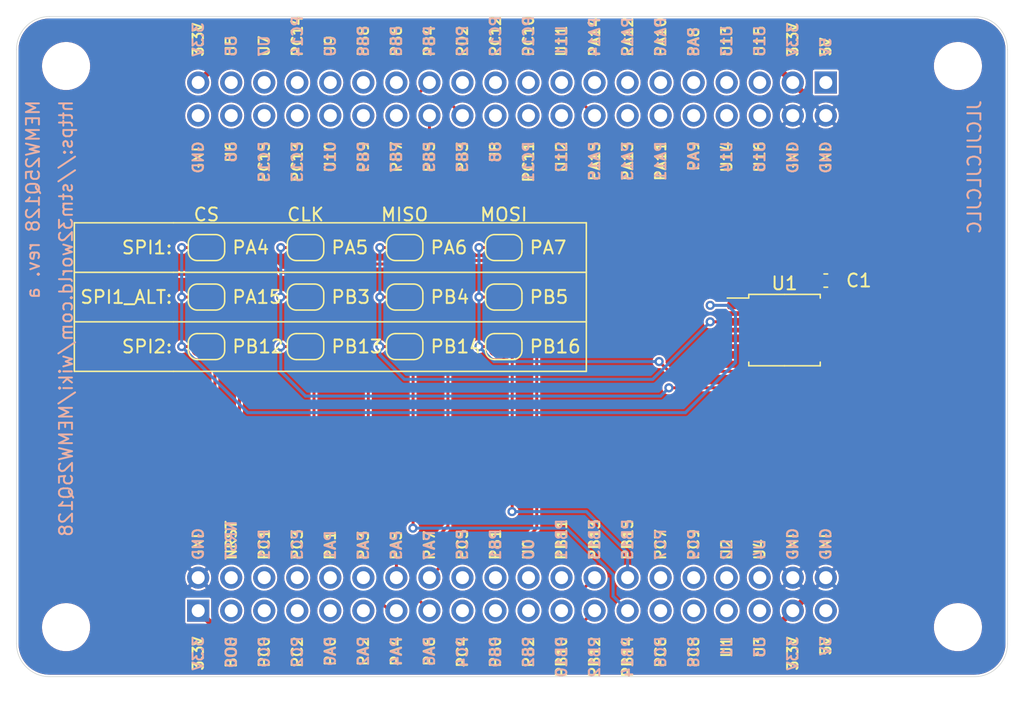
<source format=kicad_pcb>
(kicad_pcb (version 20211014) (generator pcbnew)
  (title_block (title "${TITLE}") (rev "${REVISION}") (company "${COMPANY}") (comment 1 "${AUTHOR_EMAIL}") (comment 2 "${AUTHOR}"))
  (layers (0 "F.Cu" signal) (31 "B.Cu" signal) (34 "B.Paste" user) (35 "F.Paste" user) (36 "B.SilkS" user "B.Silkscreen") (37 "F.SilkS" user "F.Silkscreen") (38 "B.Mask" user) (39 "F.Mask" user) (44 "Edge.Cuts" user))
  (property "AUTHOR" "Lars Boegild Thomsen")
  (property "AUTHOR_EMAIL" "lth@stm32world.com")
  (property "COMPANY" "STM32World")
  (property "REVISION" "a")
  (property "TITLE" "MEMW25Q128")
  (property "URL" "https://stm32world.com/wiki/MEMW25Q128")
  (net 0 "")
  (net 60 "GND")
  (net 61 "+3V3")
  (net 62 "PA4")
  (net 63 "PA5")
  (net 64 "PA6")
  (net 65 "PA7")
  (net 66 "PB12")
  (net 67 "PB13")
  (net 68 "PB14")
  (net 69 "PB15")
  (net 70 "PA15")
  (net 71 "PB3")
  (net 72 "PB4")
  (net 73 "PB5")
  (net 74 "CS")
  (net 75 "CLK")
  (net 76 "DO(IO1)")
  (net 77 "DI(IO0)")
  (net 78 "IO3")
  (net 79 "IO2")
  (footprint "stm32world:STM32WORLD_BASE" (layer "F.Cu") (at 146.685 97.155)
    (fp_text reference "J1" hide)
    (fp_text value "STM32WORLD_BASE")
  )
  (footprint "Package_SO:SOIC-8_5.275x5.275mm_P1.27mm" (layer "F.Cu") (at 167.64 95.885)
    (fp_text reference "U1")
    (fp_text value "W25Q128JVS")
  )
  (footprint "Capacitor_SMD:C_0603_1608Metric" (layer "F.Cu") (at 170.815 92.075 180)
    (fp_text reference "C1")
    (fp_text value "C_100NF_0603")
  )
  (footprint "Jumper:SolderJumper-2_P1.3mm_Open_RoundedPad1.0x1.5mm" (layer "F.Cu") (at 123.19 93.345)
    (fp_text reference "JP2" hide)
    (fp_text value "~")
  )
  (footprint "Jumper:SolderJumper-2_P1.3mm_Open_RoundedPad1.0x1.5mm" (layer "F.Cu") (at 123.19 97.155)
    (fp_text reference "JP3" hide)
    (fp_text value "~")
  )
  (footprint "Jumper:SolderJumper-2_P1.3mm_Open_RoundedPad1.0x1.5mm" (layer "F.Cu") (at 130.81 89.535)
    (fp_text reference "JP4" hide)
    (fp_text value "~")
  )
  (footprint "Jumper:SolderJumper-2_P1.3mm_Open_RoundedPad1.0x1.5mm" (layer "F.Cu") (at 130.81 93.345)
    (fp_text reference "JP5" hide)
    (fp_text value "~")
  )
  (footprint "Jumper:SolderJumper-2_P1.3mm_Open_RoundedPad1.0x1.5mm" (layer "F.Cu") (at 130.81 97.155)
    (fp_text reference "JP6" hide)
    (fp_text value "~")
  )
  (footprint "Jumper:SolderJumper-2_P1.3mm_Open_RoundedPad1.0x1.5mm" (layer "F.Cu") (at 123.19 89.535)
    (fp_text reference "JP1" hide)
    (fp_text value "~")
  )
  (footprint "Jumper:SolderJumper-2_P1.3mm_Open_RoundedPad1.0x1.5mm" (layer "F.Cu") (at 138.43 89.535)
    (fp_text reference "JP7" hide)
    (fp_text value "~")
  )
  (footprint "Jumper:SolderJumper-2_P1.3mm_Open_RoundedPad1.0x1.5mm" (layer "F.Cu") (at 138.43 97.155)
    (fp_text reference "JP9" hide)
    (fp_text value "~")
  )
  (footprint "Jumper:SolderJumper-2_P1.3mm_Open_RoundedPad1.0x1.5mm" (layer "F.Cu") (at 138.43 93.345)
    (fp_text reference "JP8" hide)
    (fp_text value "~")
  )
  (footprint "Jumper:SolderJumper-2_P1.3mm_Open_RoundedPad1.0x1.5mm" (layer "F.Cu") (at 146.05 97.155)
    (fp_text reference "JP12" hide)
    (fp_text value "~")
  )
  (footprint "Jumper:SolderJumper-2_P1.3mm_Open_RoundedPad1.0x1.5mm" (layer "F.Cu") (at 146.05 93.345)
    (fp_text reference "JP11" hide)
    (fp_text value "~")
  )
  (footprint "Jumper:SolderJumper-2_P1.3mm_Open_RoundedPad1.0x1.5mm" (layer "F.Cu") (at 146.05 89.535)
    (fp_text reference "JP10" hide)
    (fp_text value "~")
  )
  (gr_line (start 113.03 99.06) (end 120.65 99.06) (layer "F.SilkS") (width 0.12))
  (gr_line (start 120.65 91.44) (end 113.03 91.44) (layer "F.SilkS") (width 0.12))
  (gr_line (start 113.03 87.63) (end 113.03 99.06) (layer "F.SilkS") (width 0.12))
  (gr_line (start 120.65 95.25) (end 113.03 95.25) (layer "F.SilkS") (width 0.12))
  (gr_line (start 152.4 99.06) (end 120.65 99.06) (layer "F.SilkS") (width 0.12))
  (gr_line (start 152.4 95.25) (end 120.65 95.25) (layer "F.SilkS") (width 0.12))
  (gr_line (start 120.65 91.44) (end 152.4 91.44) (layer "F.SilkS") (width 0.12))
  (gr_line (start 120.65 87.63) (end 152.4 87.63) (layer "F.SilkS") (width 0.12))
  (gr_line (start 152.4 87.63) (end 152.4 99.06) (layer "F.SilkS") (width 0.12))
  (gr_line (start 120.65 87.63) (end 113.03 87.63) (layer "F.SilkS") (width 0.12))
  (gr_arc (start 108.585 74.295) (mid 109.328949 72.498949) (end 111.125 71.755) (layer "Edge.Cuts") (width 0.05))
  (gr_line (start 182.245 71.755) (end 111.125 71.755) (layer "Edge.Cuts") (width 0.05))
  (gr_line (start 111.125 122.555) (end 182.245 122.555) (layer "Edge.Cuts") (width 0.05))
  (gr_arc (start 182.245 71.755) (mid 184.041051 72.498949) (end 184.785 74.295) (layer "Edge.Cuts") (width 0.05))
  (gr_arc (start 111.125 122.555) (mid 109.328949 121.811051) (end 108.585 120.015) (layer "Edge.Cuts") (width 0.05))
  (gr_line (start 108.585 74.295) (end 108.585 120.015) (layer "Edge.Cuts") (width 0.05))
  (gr_arc (start 184.785 120.015) (mid 184.041051 121.811051) (end 182.245 122.555) (layer "Edge.Cuts") (width 0.05))
  (gr_line (start 184.785 120.015) (end 184.785 74.295) (layer "Edge.Cuts") (width 0.05))
  (gr_text "PA15" (at 125.095 93.345) (layer "F.SilkS") (effects (font (size 1 1)) (justify left)))
  (gr_text "PB12" (at 125.095 97.155) (layer "F.SilkS") (effects (font (size 1 1)) (justify left)))
  (gr_text "PA5" (at 132.715 89.535) (layer "F.SilkS") (effects (font (size 1 1)) (justify left)))
  (gr_text "PB3" (at 132.715 93.345) (layer "F.SilkS") (effects (font (size 1 1)) (justify left)))
  (gr_text "PB13" (at 132.715 97.155) (layer "F.SilkS") (effects (font (size 1 1)) (justify left)))
  (gr_text "PB14" (at 140.335 97.155) (layer "F.SilkS") (effects (font (size 1 1)) (justify left)))
  (gr_text "PB4" (at 140.335 93.345) (layer "F.SilkS") (effects (font (size 1 1)) (justify left)))
  (gr_text "PA6" (at 140.335 89.535) (layer "F.SilkS") (effects (font (size 1 1)) (justify left)))
  (gr_text "PA7" (at 147.955 89.535) (layer "F.SilkS") (effects (font (size 1 1)) (justify left)))
  (gr_text "PB5" (at 147.955 93.345) (layer "F.SilkS") (effects (font (size 1 1)) (justify left)))
  (gr_text "PB16" (at 147.955 97.155) (layer "F.SilkS") (effects (font (size 1 1)) (justify left)))
  (gr_text "CS" (at 123.19 86.995) (layer "F.SilkS") (effects (font (size 1 1))))
  (gr_text "CLK" (at 130.81 86.995) (layer "F.SilkS") (effects (font (size 1 1))))
  (gr_text "MISO" (at 138.43 86.995) (layer "F.SilkS") (effects (font (size 1 1))))
  (gr_text "MOSI" (at 146.05 86.995) (layer "F.SilkS") (effects (font (size 1 1))))
  (gr_text "SPI1:" (at 120.65 89.535) (layer "F.SilkS") (effects (font (size 1 1)) (justify right)))
  (gr_text "SPI1_ALT:" (at 120.65 93.345) (layer "F.SilkS") (effects (font (size 1 1)) (justify right)))
  (gr_text "SPI2:" (at 120.65 97.155) (layer "F.SilkS") (effects (font (size 1 1)) (justify right)))
  (gr_text "PA4" (at 125.095 89.535) (layer "F.SilkS") (effects (font (size 1 1)) (justify left)))
  (segment (start 169.583999 87.668999) (end 169.583999 78.143999) (width 0.4572) (layer "F.Cu") (net 61))
  (segment (start 174.625 112.946882) (end 171.327883 116.243999) (width 0.4572) (layer "F.Cu") (net 61))
  (segment (start 171.59 92.075) (end 171.59 89.675) (width 0.4572) (layer "F.Cu") (net 61))
  (segment (start 171.59 92.785) (end 171.24 93.135) (width 0.4572) (layer "F.Cu") (net 61))
  (segment (start 171.24 93.98) (end 171.24 93.135) (width 0.4572) (layer "F.Cu") (net 61))
  (segment (start 171.59 92.075) (end 171.59 92.785) (width 0.4572) (layer "F.Cu") (net 61))
  (segment (start 125.806001 120.726001) (end 165.023999 120.726001) (width 0.4572) (layer "F.Cu") (net 61))
  (segment (start 169.583999 78.143999) (end 168.275 76.835) (width 0.4572) (layer "F.Cu") (net 61))
  (segment (start 171.24 93.98) (end 172.04 93.98) (width 0.4572) (layer "F.Cu") (net 61))
  (segment (start 164.465 73.025) (end 168.275 76.835) (width 0.4572) (layer "F.Cu") (net 61))
  (segment (start 172.04 93.98) (end 174.625 96.565) (width 0.4572) (layer "F.Cu") (net 61))
  (segment (start 169.506001 116.243999) (end 168.275 117.475) (width 0.4572) (layer "F.Cu") (net 61))
  (segment (start 171.59 89.675) (end 169.583999 87.668999) (width 0.4572) (layer "F.Cu") (net 61))
  (segment (start 122.555 76.835) (end 126.365 73.025) (width 0.4572) (layer "F.Cu") (net 61))
  (segment (start 165.023999 120.726001) (end 168.275 117.475) (width 0.4572) (layer "F.Cu") (net 61))
  (segment (start 122.555 117.475) (end 125.806001 120.726001) (width 0.4572) (layer "F.Cu") (net 61))
  (segment (start 171.327883 116.243999) (end 169.506001 116.243999) (width 0.4572) (layer "F.Cu") (net 61))
  (segment (start 174.625 96.565) (end 174.625 112.946882) (width 0.4572) (layer "F.Cu") (net 61))
  (segment (start 126.365 73.025) (end 164.465 73.025) (width 0.4572) (layer "F.Cu") (net 61))
  (segment (start 137.25617 117.475) (end 137.795 117.475) (width 0.2286) (layer "F.Cu") (net 62))
  (segment (start 134.138299 115.471017) (end 135.025581 116.358299) (width 0.2286) (layer "F.Cu") (net 62))
  (segment (start 136.139469 116.358299) (end 137.25617 117.475) (width 0.2286) (layer "F.Cu") (net 62))
  (segment (start 125.73 105.990684) (end 134.138299 114.398983) (width 0.2286) (layer "F.Cu") (net 62))
  (segment (start 123.84 89.535) (end 125.73 91.425) (width 0.2286) (layer "F.Cu") (net 62))
  (segment (start 134.138299 114.398983) (end 134.138299 115.471017) (width 0.2286) (layer "F.Cu") (net 62))
  (segment (start 135.025581 116.358299) (end 136.139469 116.358299) (width 0.2286) (layer "F.Cu") (net 62))
  (segment (start 125.73 91.425) (end 125.73 105.990684) (width 0.2286) (layer "F.Cu") (net 62))
  (segment (start 137.795 113.732919) (end 137.795 114.935) (width 0.2286) (layer "F.Cu") (net 63))
  (segment (start 131.46 89.535) (end 135.636009 93.711009) (width 0.2286) (layer "F.Cu") (net 63))
  (segment (start 135.636009 93.711009) (end 135.636009 111.573928) (width 0.2286) (layer "F.Cu") (net 63))
  (segment (start 135.636009 111.573928) (end 137.795 113.732919) (width 0.2286) (layer "F.Cu") (net 63))
  (segment (start 139.218299 114.398983) (end 139.84671 113.770572) (width 0.2286) (layer "F.Cu") (net 64))
  (segment (start 140.335 117.475) (end 139.218299 116.358299) (width 0.2286) (layer "F.Cu") (net 64))
  (segment (start 139.218299 116.358299) (end 139.218299 114.398983) (width 0.2286) (layer "F.Cu") (net 64))
  (segment (start 139.84671 113.770572) (end 139.84671 112.88329) (width 0.2286) (layer "F.Cu") (net 64))
  (segment (start 141.758299 110.971701) (end 141.758299 90.323299) (width 0.2286) (layer "F.Cu") (net 64))
  (segment (start 139.84671 112.88329) (end 141.758299 110.971701) (width 0.2286) (layer "F.Cu") (net 64))
  (segment (start 140.97 89.535) (end 139.08 89.535) (width 0.2286) (layer "F.Cu") (net 64))
  (segment (start 141.758299 90.323299) (end 140.97 89.535) (width 0.2286) (layer "F.Cu") (net 64))
  (segment (start 148.59 111.125) (end 148.59 91.425) (width 0.2286) (layer "F.Cu") (net 65))
  (segment (start 147.955 111.76) (end 148.59 111.125) (width 0.2286) (layer "F.Cu") (net 65))
  (segment (start 143.51 111.76) (end 147.955 111.76) (width 0.2286) (layer "F.Cu") (net 65))
  (segment (start 148.59 91.425) (end 146.7 89.535) (width 0.2286) (layer "F.Cu") (net 65))
  (segment (start 140.335 114.935) (end 143.51 111.76) (width 0.2286) (layer "F.Cu") (net 65))
  (segment (start 127.405581 116.358299) (end 128.171017 116.358299) (width 0.2286) (layer "F.Cu") (net 66))
  (segment (start 126.518299 115.471017) (end 127.405581 116.358299) (width 0.2286) (layer "F.Cu") (net 66))
  (segment (start 126.518299 114.705581) (end 126.518299 115.471017) (width 0.2286) (layer "F.Cu") (net 66))
  (segment (start 129.058299 117.245581) (end 129.058299 118.011017) (width 0.2286) (layer "F.Cu") (net 66))
  (segment (start 123.84 97.155) (end 123.84 112.027282) (width 0.2286) (layer "F.Cu") (net 66))
  (segment (start 123.84 112.027282) (end 126.518299 114.705581) (width 0.2286) (layer "F.Cu") (net 66))
  (segment (start 129.058299 118.011017) (end 130.173293 119.126011) (width 0.2286) (layer "F.Cu") (net 66))
  (segment (start 128.171017 116.358299) (end 129.058299 117.245581) (width 0.2286) (layer "F.Cu") (net 66))
  (segment (start 151.383989 119.126011) (end 153.035 117.475) (width 0.2286) (layer "F.Cu") (net 66))
  (segment (start 130.173293 119.126011) (end 151.383989 119.126011) (width 0.2286) (layer "F.Cu") (net 66))
  (segment (start 138.911701 116.938983) (end 138.911701 117.704419) (width 0.2286) (layer "F.Cu") (net 67))
  (segment (start 151.611701 118.011017) (end 151.611701 116.358299) (width 0.2286) (layer "F.Cu") (net 67))
  (segment (start 138.911701 117.704419) (end 139.952282 118.745) (width 0.2286) (layer "F.Cu") (net 67))
  (segment (start 138.331017 116.358299) (end 138.911701 116.938983) (width 0.2286) (layer "F.Cu") (net 67))
  (segment (start 131.46 97.155) (end 131.46 109.487282) (width 0.2286) (layer "F.Cu") (net 67))
  (segment (start 131.46 109.487282) (end 136.525 114.552282) (width 0.2286) (layer "F.Cu") (net 67))
  (segment (start 136.525 114.552282) (end 136.525 115.317718) (width 0.2286) (layer "F.Cu") (net 67))
  (segment (start 139.952282 118.745) (end 150.877718 118.745) (width 0.2286) (layer "F.Cu") (net 67))
  (segment (start 137.565581 116.358299) (end 138.331017 116.358299) (width 0.2286) (layer "F.Cu") (net 67))
  (segment (start 150.877718 118.745) (end 151.611701 118.011017) (width 0.2286) (layer "F.Cu") (net 67))
  (segment (start 136.525 115.317718) (end 137.565581 116.358299) (width 0.2286) (layer "F.Cu") (net 67))
  (segment (start 151.611701 116.358299) (end 153.035 114.935) (width 0.2286) (layer "F.Cu") (net 67))
  (segment (start 139.08 97.155) (end 139.08 111.11) (width 0.2286) (layer "F.Cu") (net 68))
  (segment (start 139.08 111.11) (end 139.065 111.125) (width 0.2286) (layer "F.Cu") (net 68))
  (via (at 139.065 111.125) (size 0.7) (drill 0.35) (layers "F.Cu" "B.Cu") (net 68))
  (segment (start 154.458299 116.358299) (end 155.575 117.475) (width 0.2286) (layer "B.Cu") (net 68))
  (segment (start 150.877718 111.125) (end 154.458299 114.705581) (width 0.2286) (layer "B.Cu") (net 68))
  (segment (start 139.065 111.125) (end 150.877718 111.125) (width 0.2286) (layer "B.Cu") (net 68))
  (segment (start 154.458299 114.705581) (end 154.458299 116.358299) (width 0.2286) (layer "B.Cu") (net 68))
  (segment (start 146.7 97.155) (end 146.7 109.84) (width 0.2286) (layer "F.Cu") (net 69))
  (segment (start 146.7 109.84) (end 146.685 109.855) (width 0.2286) (layer "F.Cu") (net 69))
  (via (at 146.685 109.855) (size 0.7) (drill 0.35) (layers "F.Cu" "B.Cu") (net 69))
  (segment (start 155.575 114.935) (end 155.575 113.03) (width 0.2286) (layer "B.Cu") (net 69))
  (segment (start 152.4 109.855) (end 146.685 109.855) (width 0.2286) (layer "B.Cu") (net 69))
  (segment (start 155.575 113.03) (end 152.4 109.855) (width 0.2286) (layer "B.Cu") (net 69))
  (segment (start 122.215 87.335) (end 128.751701 80.798299) (width 0.2286) (layer "F.Cu") (net 70))
  (segment (start 151.918299 78.258299) (end 153.035 79.375) (width 0.2286) (layer "F.Cu") (net 70))
  (segment (start 131.291701 76.605581) (end 132.967282 74.93) (width 0.2286) (layer "F.Cu") (net 70))
  (segment (start 129.693299 77.951701) (end 130.711017 77.951701) (width 0.2286) (layer "F.Cu") (net 70))
  (segment (start 120.19 91.6) (end 119.38 90.79) (width 0.2286) (layer "F.Cu") (net 70))
  (segment (start 151.918299 76.353299) (end 151.918299 78.258299) (width 0.2286) (layer "F.Cu") (net 70))
  (segment (start 123.84 93.345) (end 123.84 93.017828) (width 0.2286) (layer "F.Cu") (net 70))
  (segment (start 128.751701 80.798299) (end 128.751701 78.893299) (width 0.2286) (layer "F.Cu") (net 70))
  (segment (start 123.84 93.017828) (end 122.422172 91.6) (width 0.2286) (layer "F.Cu") (net 70))
  (segment (start 132.967282 74.93) (end 150.495 74.93) (width 0.2286) (layer "F.Cu") (net 70))
  (segment (start 130.711017 77.951701) (end 131.291701 77.371017) (width 0.2286) (layer "F.Cu") (net 70))
  (segment (start 120.895 87.335) (end 122.215 87.335) (width 0.2286) (layer "F.Cu") (net 70))
  (segment (start 122.422172 91.6) (end 120.19 91.6) (width 0.2286) (layer "F.Cu") (net 70))
  (segment (start 119.38 90.79) (end 119.38 88.85) (width 0.2286) (layer "F.Cu") (net 70))
  (segment (start 150.495 74.93) (end 151.918299 76.353299) (width 0.2286) (layer "F.Cu") (net 70))
  (segment (start 119.38 88.85) (end 120.895 87.335) (width 0.2286) (layer "F.Cu") (net 70))
  (segment (start 128.751701 78.893299) (end 129.693299 77.951701) (width 0.2286) (layer "F.Cu") (net 70))
  (segment (start 131.291701 77.371017) (end 131.291701 76.605581) (width 0.2286) (layer "F.Cu") (net 70))
  (segment (start 127.635 90.17) (end 127.635 86.107718) (width 0.2286) (layer "F.Cu") (net 71))
  (segment (start 135.791017 77.951701) (end 136.678299 77.064419) (width 0.2286) (layer "F.Cu") (net 71))
  (segment (start 141.758299 78.258299) (end 142.875 79.375) (width 0.2286) (layer "F.Cu") (net 71))
  (segment (start 128.905 91.44) (end 127.635 90.17) (width 0.2286) (layer "F.Cu") (net 71))
  (segment (start 131.46 92.597408) (end 130.302592 91.44) (width 0.2286) (layer "F.Cu") (net 71))
  (segment (start 131.46 93.345) (end 131.46 92.597408) (width 0.2286) (layer "F.Cu") (net 71))
  (segment (start 136.678299 76.298983) (end 137.258983 75.718299) (width 0.2286) (layer "F.Cu") (net 71))
  (segment (start 133.831701 79.911017) (end 133.831701 78.893299) (width 0.2286) (layer "F.Cu") (net 71))
  (segment (start 141.758299 76.605581) (end 141.758299 78.258299) (width 0.2286) (layer "F.Cu") (net 71))
  (segment (start 133.831701 78.893299) (end 134.773299 77.951701) (width 0.2286) (layer "F.Cu") (net 71))
  (segment (start 136.678299 77.064419) (end 136.678299 76.298983) (width 0.2286) (layer "F.Cu") (net 71))
  (segment (start 134.773299 77.951701) (end 135.791017 77.951701) (width 0.2286) (layer "F.Cu") (net 71))
  (segment (start 127.635 86.107718) (end 133.831701 79.911017) (width 0.2286) (layer "F.Cu") (net 71))
  (segment (start 130.302592 91.44) (end 128.905 91.44) (width 0.2286) (layer "F.Cu") (net 71))
  (segment (start 137.258983 75.718299) (end 140.871017 75.718299) (width 0.2286) (layer "F.Cu") (net 71))
  (segment (start 140.871017 75.718299) (end 141.758299 76.605581) (width 0.2286) (layer "F.Cu") (net 71))
  (segment (start 135.255 90.17) (end 135.255 83.567718) (width 0.2286) (layer "F.Cu") (net 72))
  (segment (start 139.08 93.345) (end 139.08 92.597408) (width 0.2286) (layer "F.Cu") (net 72))
  (segment (start 139.218299 79.604419) (end 139.218299 77.951701) (width 0.2286) (layer "F.Cu") (net 72))
  (segment (start 135.89 90.805) (end 135.255 90.17) (width 0.2286) (layer "F.Cu") (net 72))
  (segment (start 139.08 92.597408) (end 137.287592 90.805) (width 0.2286) (layer "F.Cu") (net 72))
  (segment (start 137.287592 90.805) (end 135.89 90.805) (width 0.2286) (layer "F.Cu") (net 72))
  (segment (start 139.218299 77.951701) (end 140.335 76.835) (width 0.2286) (layer "F.Cu") (net 72))
  (segment (start 135.255 83.567718) (end 139.218299 79.604419) (width 0.2286) (layer "F.Cu") (net 72))
  (segment (start 146.7 93.345) (end 146.7 92.597408) (width 0.2286) (layer "F.Cu") (net 73))
  (segment (start 140.335 87.63) (end 140.335 79.375) (width 0.2286) (layer "F.Cu") (net 73))
  (segment (start 144.63329 90.530698) (end 143.235698 90.530698) (width 0.2286) (layer "F.Cu") (net 73))
  (segment (start 143.235698 90.530698) (end 140.335 87.63) (width 0.2286) (layer "F.Cu") (net 73))
  (segment (start 146.7 92.597408) (end 144.63329 90.530698) (width 0.2286) (layer "F.Cu") (net 73))
  (segment (start 122.54 89.535) (end 121.285 89.535) (width 0.2286) (layer "F.Cu") (net 74))
  (segment (start 122.54 93.345) (end 121.285 93.345) (width 0.2286) (layer "F.Cu") (net 74))
  (segment (start 121.285 97.155) (end 122.54 97.155) (width 0.2286) (layer "F.Cu") (net 74))
  (segment (start 161.925 93.98) (end 164.04 93.98) (width 0.2286) (layer "F.Cu") (net 74))
  (via (at 121.285 97.155) (size 0.7) (drill 0.35) (layers "F.Cu" "B.Cu") (net 74))
  (via (at 121.285 89.535) (size 0.7) (drill 0.35) (layers "F.Cu" "B.Cu") (net 74))
  (via (at 121.285 93.345) (size 0.7) (drill 0.35) (layers "F.Cu" "B.Cu") (net 74))
  (via (at 161.925 93.98) (size 0.7) (drill 0.35) (layers "F.Cu" "B.Cu") (net 74))
  (segment (start 160.02 102.235) (end 126.365 102.235) (width 0.2286) (layer "B.Cu") (net 74))
  (segment (start 121.285 93.345) (end 121.285 97.155) (width 0.2286) (layer "B.Cu") (net 74))
  (segment (start 163.87 94.58) (end 163.87 98.385) (width 0.2286) (layer "B.Cu") (net 74))
  (segment (start 163.87 98.385) (end 160.02 102.235) (width 0.2286) (layer "B.Cu") (net 74))
  (segment (start 163.27 93.98) (end 163.87 94.58) (width 0.2286) (layer "B.Cu") (net 74))
  (segment (start 126.365 102.235) (end 121.285 97.155) (width 0.2286) (layer "B.Cu") (net 74))
  (segment (start 121.285 89.535) (end 121.285 93.345) (width 0.2286) (layer "B.Cu") (net 74))
  (segment (start 161.925 93.98) (end 163.27 93.98) (width 0.2286) (layer "B.Cu") (net 74))
  (segment (start 171.96 100.33) (end 158.75 100.33) (width 0.2286) (layer "F.Cu") (net 75))
  (segment (start 130.16 89.535) (end 128.905 89.535) (width 0.2286) (layer "F.Cu") (net 75))
  (segment (start 171.24 96.52) (end 172.7 96.52) (width 0.2286) (layer "F.Cu") (net 75))
  (segment (start 172.96 96.78) (end 172.96 99.33) (width 0.2286) (layer "F.Cu") (net 75))
  (segment (start 130.16 93.345) (end 128.905 93.345) (width 0.2286) (layer "F.Cu") (net 75))
  (segment (start 172.96 99.33) (end 171.96 100.33) (width 0.2286) (layer "F.Cu") (net 75))
  (segment (start 128.905 97.155) (end 130.16 97.155) (width 0.2286) (layer "F.Cu") (net 75))
  (segment (start 172.7 96.52) (end 172.96 96.78) (width 0.2286) (layer "F.Cu") (net 75))
  (via (at 128.905 93.345) (size 0.7) (drill 0.35) (layers "F.Cu" "B.Cu") (net 75))
  (via (at 128.905 97.155) (size 0.7) (drill 0.35) (layers "F.Cu" "B.Cu") (net 75))
  (via (at 158.75 100.33) (size 0.7) (drill 0.35) (layers "F.Cu" "B.Cu") (net 75))
  (via (at 128.905 89.535) (size 0.7) (drill 0.35) (layers "F.Cu" "B.Cu") (net 75))
  (segment (start 128.905 93.345) (end 128.905 97.155) (width 0.2286) (layer "B.Cu") (net 75))
  (segment (start 128.905 99.06) (end 128.905 97.155) (width 0.2286) (layer "B.Cu") (net 75))
  (segment (start 130.81 100.965) (end 128.905 99.06) (width 0.2286) (layer "B.Cu") (net 75))
  (segment (start 158.115 100.965) (end 130.81 100.965) (width 0.2286) (layer "B.Cu") (net 75))
  (segment (start 158.75 100.33) (end 158.115 100.965) (width 0.2286) (layer "B.Cu") (net 75))
  (segment (start 128.905 89.535) (end 128.905 93.345) (width 0.2286) (layer "B.Cu") (net 75))
  (segment (start 137.78 93.345) (end 136.525 93.345) (width 0.2286) (layer "F.Cu") (net 76))
  (segment (start 137.78 89.535) (end 136.525 89.535) (width 0.2286) (layer "F.Cu") (net 76))
  (segment (start 161.925 95.25) (end 164.04 95.25) (width 0.2286) (layer "F.Cu") (net 76))
  (segment (start 136.525 97.155) (end 137.78 97.155) (width 0.2286) (layer "F.Cu") (net 76))
  (via (at 136.525 93.345) (size 0.7) (drill 0.35) (layers "F.Cu" "B.Cu") (net 76))
  (via (at 136.525 97.155) (size 0.7) (drill 0.35) (layers "F.Cu" "B.Cu") (net 76))
  (via (at 136.525 89.535) (size 0.7) (drill 0.35) (layers "F.Cu" "B.Cu") (net 76))
  (via (at 161.925 95.25) (size 0.7) (drill 0.35) (layers "F.Cu" "B.Cu") (net 76))
  (segment (start 138.411701 99.676701) (end 157.498299 99.676701) (width 0.2286) (layer "B.Cu") (net 76))
  (segment (start 136.525 93.345) (end 136.525 97.155) (width 0.2286) (layer "B.Cu") (net 76))
  (segment (start 157.498299 99.676701) (end 161.925 95.25) (width 0.2286) (layer "B.Cu") (net 76))
  (segment (start 136.525 97.155) (end 136.525 97.79) (width 0.2286) (layer "B.Cu") (net 76))
  (segment (start 136.525 97.79) (end 138.411701 99.676701) (width 0.2286) (layer "B.Cu") (net 76))
  (segment (start 136.525 89.535) (end 136.525 93.345) (width 0.2286) (layer "B.Cu") (net 76))
  (segment (start 158.75001 99.06) (end 169.97 99.06) (width 0.2286) (layer "F.Cu") (net 77))
  (segment (start 169.97 99.06) (end 171.24 97.79) (width 0.2286) (layer "F.Cu") (net 77))
  (segment (start 145.4 93.345) (end 144.145 93.345) (width 0.2286) (layer "F.Cu") (net 77))
  (segment (start 144.145 97.155) (end 145.4 97.155) (width 0.2286) (layer "F.Cu") (net 77))
  (segment (start 157.996425 98.306415) (end 158.75001 99.06) (width 0.2286) (layer "F.Cu") (net 77))
  (segment (start 145.4 89.535) (end 144.145 89.535) (width 0.2286) (layer "F.Cu") (net 77))
  (via (at 144.145 97.155) (size 0.7) (drill 0.35) (layers "F.Cu" "B.Cu") (net 77))
  (via (at 144.145 93.345) (size 0.7) (drill 0.35) (layers "F.Cu" "B.Cu") (net 77))
  (via (at 157.996425 98.306415) (size 0.7) (drill 0.35) (layers "F.Cu" "B.Cu") (net 77))
  (via (at 144.145 89.535) (size 0.7) (drill 0.35) (layers "F.Cu" "B.Cu") (net 77))
  (segment (start 157.996425 98.306415) (end 145.296415 98.306415) (width 0.2286) (layer "B.Cu") (net 77))
  (segment (start 144.145 89.535) (end 144.145 97.155) (width 0.2286) (layer "B.Cu") (net 77))
  (segment (start 145.296415 98.306415) (end 144.145 97.155) (width 0.2286) (layer "B.Cu") (net 77))
  (zone (net 60) (net_name "GND") (layer "F.Cu") (connect_pads (clearance 0.1524)) (min_thickness 0.1524) (fill yes (thermal_gap 0.1524) (thermal_bridge_width 0.3048))
    (polygon (pts (xy 185.42 123.19) (xy 107.95 123.19) (xy 107.95 71.12) (xy 185.42 71.12)))
  )
  (zone (net 60) (net_name "GND") (layer "B.Cu") (connect_pads (clearance 0.1524)) (min_thickness 0.1524) (fill yes (thermal_gap 0.1524) (thermal_bridge_width 0.3048))
    (polygon (pts (xy 186.055 123.825) (xy 107.315 123.825) (xy 107.315 70.485) (xy 186.055 70.485)))
  )
)
</source>
